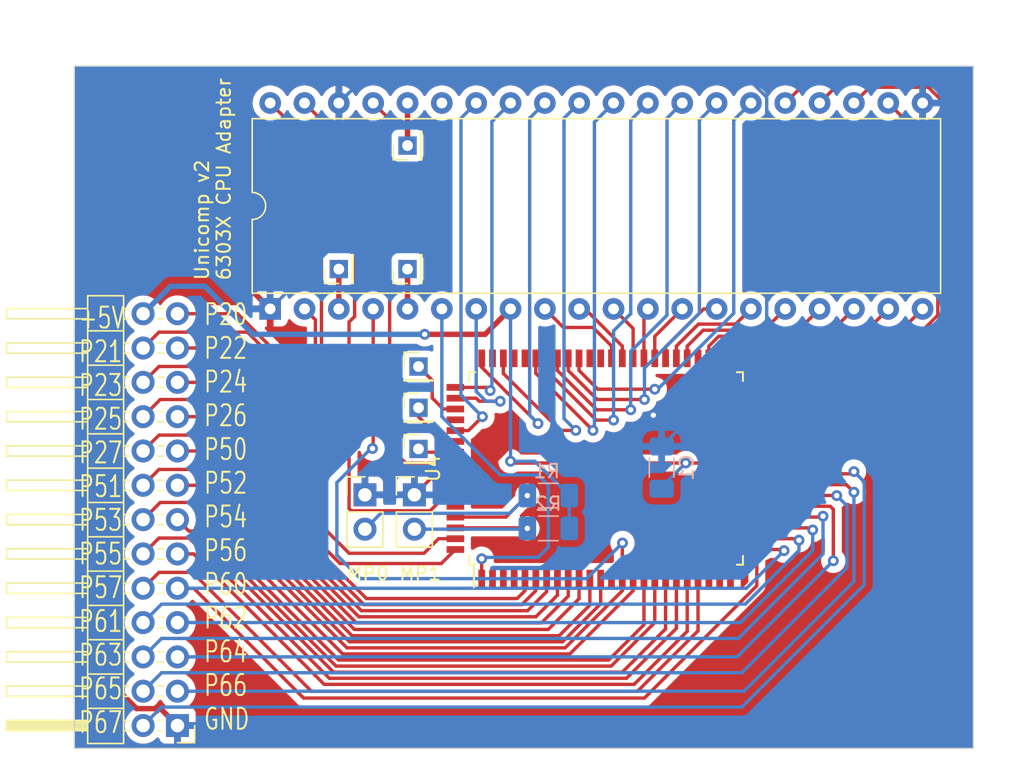
<source format=kicad_pcb>
(kicad_pcb (version 20221018) (generator pcbnew)
  (layers (0 "F.Cu" signal) (31 "B.Cu" signal) (34 "B.Paste" user) (35 "F.Paste" user) (36 "B.SilkS" user "B.Silkscreen") (37 "F.SilkS" user "F.Silkscreen") (38 "B.Mask" user) (39 "F.Mask" user) (44 "Edge.Cuts" user))
  (net 0 "")
  (net 1 "+5V")
  (net 2 "GND")
  (net 3 "/P20")
  (net 4 "/P21")
  (net 5 "/P22")
  (net 6 "/~{NMI}")
  (net 7 "/~{IRQ1}")
  (net 8 "/~{RST}")
  (net 9 "/P23")
  (net 10 "/P24")
  (net 11 "/A15")
  (net 12 "/A14")
  (net 13 "/A13")
  (net 14 "/A12")
  (net 15 "/A11")
  (net 16 "/A10")
  (net 17 "/A9")
  (net 18 "/A8")
  (net 19 "/D7")
  (net 20 "/D6")
  (net 21 "/D5")
  (net 22 "/D4")
  (net 23 "/D3")
  (net 24 "/D2")
  (net 25 "/D1")
  (net 26 "/D0")
  (net 27 "/R{slash}~{W}")
  (net 28 "Net-(J6-Pin_1)")
  (net 29 "/A0")
  (net 30 "/A1")
  (net 31 "/A2")
  (net 32 "/A3")
  (net 33 "/A4")
  (net 34 "/A5")
  (net 35 "/A6")
  (net 36 "/A7")
  (net 37 "/PHI2")
  (net 38 "/CPUCLK")
  (net 39 "+5C")
  (net 40 "/MP0")
  (net 41 "/MP1")
  (net 43 "Net-(J3-Pin_1)")
  (net 44 "Net-(J4-Pin_1)")
  (net 45 "/~{HALT}")
  (net 48 "/BA")
  (net 49 "/P25")
  (net 50 "/P26")
  (net 51 "/P27")
  (net 66 "/P51")
  (net 67 "/P52")
  (net 68 "/P53")
  (net 69 "/P54")
  (net 70 "/P55")
  (net 71 "/P56")
  (net 72 "/P57")
  (net 73 "/P60")
  (net 74 "/P61")
  (net 75 "/P62")
  (net 76 "/P63")
  (net 77 "/P64")
  (net 78 "/P65")
  (net 79 "/P66")
  (net 80 "/P67")
  (net 81 "/~{LIR}")
  (net 82 "/~{WR}")
  (net 83 "/~{RD}")
  (footprint "Connector_PinHeader_2.54mm:PinHeader_1x02_P2.54mm_Vertical" (layer "F.Cu") (at 180.7464 66.4922)
    (fp_text reference "JP1" hide)
    (fp_text value "Mode" hide)
  )
  (footprint "Connector_PinHeader_2.00mm:PinHeader_1x01_P2.00mm_Vertical" (layer "F.Cu") (at 183.896 40.64 90)
    (fp_text reference "J4" hide)
    (fp_text value ".")
  )
  (footprint "Package_QFP:PQFP-80_14x20mm_P0.8mm" (layer "F.Cu") (at 198.584 64.538 90)
    (fp_text reference "U4")
    (fp_text value "HD6303XF")
  )
  (footprint "Package_DIP:DIP-40_W15.24mm" (layer "F.Cu") (at 173.736 52.7304 90)
    (fp_text reference "U3" hide)
    (fp_text value "MC6802")
  )
  (footprint "Connector_PinHeader_2.54mm:PinHeader_2x13_P2.54mm_Horizontal" (layer "F.Cu") (at 166.878 83.566 180)
    (fp_text reference "J1" hide)
    (fp_text value "Conn_02x13_Odd_Even" hide)
  )
  (footprint "Connector_PinHeader_2.54mm:PinHeader_1x02_P2.54mm_Vertical" (layer "F.Cu") (at 184.404 66.4922)
    (fp_text reference "JP2" hide)
    (fp_text value "Mode" hide)
  )
  (footprint "Connector_PinHeader_2.00mm:PinHeader_1x01_P2.00mm_Vertical" (layer "F.Cu") (at 184.7088 56.9976)
    (fp_text reference "J7" hide)
    (fp_text value ".")
  )
  (footprint "Connector_PinHeader_2.00mm:PinHeader_1x01_P2.00mm_Vertical" (layer "F.Cu") (at 183.896 49.784 90)
    (fp_text reference "J6" hide)
    (fp_text value ".")
  )
  (footprint "Connector_PinHeader_2.00mm:PinHeader_1x01_P2.00mm_Vertical" (layer "F.Cu") (at 184.7088 60.0456)
    (fp_text reference "J9" hide)
    (fp_text value ".")
  )
  (footprint "Connector_PinHeader_2.00mm:PinHeader_1x01_P2.00mm_Vertical" (layer "F.Cu") (at 184.7088 63.0936)
    (fp_text reference "J8" hide)
    (fp_text value ".")
  )
  (footprint "Connector_PinHeader_2.00mm:PinHeader_1x01_P2.00mm_Vertical" (layer "F.Cu") (at 178.816 49.784 90)
    (fp_text reference "J3" hide)
    (fp_text value ".")
  )
  (footprint "Capacitor_SMD:C_1206_3216Metric_Pad1.33x1.80mm_HandSolder" (layer "B.Cu") (at 202.692 64.4775 90)
    (fp_text reference "C1")
    (fp_text value "100n")
  )
  (footprint "Resistor_SMD:R_1206_3216Metric_Pad1.30x1.75mm_HandSolder" (layer "B.Cu") (at 194.31 66.548 180)
    (fp_text reference "R1")
    (fp_text value "22k")
  )
  (footprint "Resistor_SMD:R_1206_3216Metric_Pad1.30x1.75mm_HandSolder" (layer "B.Cu") (at 194.31 68.974 180)
    (fp_text reference "R2")
    (fp_text value "22k")
  )
  (gr_rect (start 159.25 34.75) (end 225.75 85.262) (stroke (width 0.1)) (fill none) (layer "Edge.Cuts"))
  (gr_text "MP0 MP1\n" (at 179.324 72.898) (layer "F.SilkS") (effects (font (size 1 1)) (justify left bottom)))
  (gr_text "+5V\nP21\nP23\nP25\nP27\nP51\nP53\nP55\nP57\nP61\nP63\nP65\nP67" (at 159.5 84.25) (layer "F.SilkS") (effects (font (size 1.55 1.1)) (justify left bottom)))
  (gr_text "Unicomp v2\n6303X CPU Adapter" (at 170.8912 50.6984 90) (layer "F.SilkS") (effects (font (size 1 1)) (justify left bottom)))
  (gr_text "P20\nP22\nP24\nP26\nP50\nP52\nP54\nP56\nP60\nP62\nP64\nP66\nGND\n" (at 168.75 84) (layer "F.SilkS") (effects (font (size 1.55 1.1)) (justify left bottom)))
  (segment (start 185.166 54.61) (end 189.6364 54.61) (width 0.4) (layer "F.Cu") (net 1))
  (segment (start 189.6364 54.61) (end 191.516 52.7304) (width 0.4) (layer "F.Cu") (net 1))
  (segment (start 204.47 64.138) (end 200.914 64.138) (width 0.25) (layer "F.Cu") (net 1))
  (segment (start 200.914 64.138) (end 191.646 64.138) (width 0.25) (layer "F.Cu") (net 1))
  (segment (start 191.646 64.138) (end 191.516 64.008) (width 0.25) (layer "F.Cu") (net 1))
  (segment (start 209.734 64.138) (end 204.47 64.138) (width 0.25) (layer "F.Cu") (net 1))
  (via (at 191.516 64.008) (size 0.8) (drill 0.4) (layers "F.Cu" "B.Cu") (net 1))
  (via (at 204.47 64.138) (size 0.8) (drill 0.4) (layers "F.Cu" "B.Cu") (net 1))
  (via (at 185.166 54.61) (size 0.8) (drill 0.4) (layers "F.Cu" "B.Cu") (net 1))
  (segment (start 195.86 66.548) (end 195.86 68.974) (width 0.25) (layer "B.Cu") (net 1))
  (segment (start 172.466 54.61) (end 185.166 54.61) (width 0.4) (layer "B.Cu") (net 1))
  (segment (start 191.516 64.008) (end 193.32 64.008) (width 0.25) (layer "B.Cu") (net 1))
  (segment (start 166.37 51.054) (end 168.91 51.054) (width 0.4) (layer "B.Cu") (net 1))
  (segment (start 164.338 53.086) (end 166.37 51.054) (width 0.4) (layer "B.Cu") (net 1))
  (segment (start 193.32 64.008) (end 195.86 66.548) (width 0.25) (layer "B.Cu") (net 1))
  (segment (start 168.91 51.054) (end 172.466 54.61) (width 0.4) (layer "B.Cu") (net 1))
  (segment (start 191.516 64.008) (end 191.516 52.7304) (width 0.25) (layer "B.Cu") (net 1))
  (segment (start 202.692 66.04) (end 202.692 65.916) (width 0.25) (layer "B.Cu") (net 1))
  (segment (start 202.692 65.916) (end 204.47 64.138) (width 0.25) (layer "B.Cu") (net 1))
  (segment (start 163.860233 82.316) (end 165.628 82.316) (width 0.4) (layer "F.Cu") (net 2))
  (segment (start 165.628 82.316) (end 166.878 83.566) (width 0.4) (layer "F.Cu") (net 2))
  (segment (start 205.384 57.288) (end 202.075 60.597) (width 0.25) (layer "F.Cu") (net 2))
  (segment (start 180.7464 66.4922) (end 184.404 66.4922) (width 0.25) (layer "F.Cu") (net 2))
  (segment (start 163.576 51.054) (end 162.306 52.324) (width 0.4) (layer "F.Cu") (net 2))
  (segment (start 191.43 62.992) (end 189.484 64.938) (width 0.25) (layer "F.Cu") (net 2))
  (segment (start 187.434 64.938) (end 185.9582 64.938) (width 0.25) (layer "F.Cu") (net 2))
  (segment (start 162.306 52.324) (end 162.306 80.761767) (width 0.4) (layer "F.Cu") (net 2))
  (segment (start 162.306 80.761767) (end 163.860233 82.316) (width 0.4) (layer "F.Cu") (net 2))
  (segment (start 205.384 56.388) (end 205.384 57.288) (width 0.25) (layer "F.Cu") (net 2))
  (segment (start 172.0596 51.054) (end 163.576 51.054) (width 0.4) (layer "F.Cu") (net 2))
  (segment (start 199.68 62.992) (end 191.43 62.992) (width 0.25) (layer "F.Cu") (net 2))
  (segment (start 173.736 52.7304) (end 172.0596 51.054) (width 0.4) (layer "F.Cu") (net 2))
  (segment (start 202.075 60.597) (end 199.68 62.992) (width 0.25) (layer "F.Cu") (net 2))
  (segment (start 189.484 64.938) (end 187.434 64.938) (width 0.25) (layer "F.Cu") (net 2))
  (segment (start 185.9582 64.938) (end 184.404 66.4922) (width 0.25) (layer "F.Cu") (net 2))
  (via (at 202.075 60.597) (size 0.8) (drill 0.4) (layers "F.Cu" "B.Cu") (net 2))
  (segment (start 178.816 37.4904) (end 180.2892 36.0172) (width 0.25) (layer "B.Cu") (net 2))
  (segment (start 210.4644 37.067809) (end 210.4644 55.1426) (width 0.25) (layer "B.Cu") (net 2))
  (segment (start 210.4644 55.1426) (end 202.692 62.915) (width 0.25) (layer "B.Cu") (net 2))
  (segment (start 202.692 62.915) (end 202.692 61.214) (width 0.25) (layer "B.Cu") (net 2))
  (segment (start 178.816 47.6504) (end 173.736 52.7304) (width 0.25) (layer "B.Cu") (net 2))
  (segment (start 202.692 61.214) (end 202.075 60.597) (width 0.25) (layer "B.Cu") (net 2))
  (segment (start 178.816 37.4904) (end 178.816 47.6504) (width 0.25) (layer "B.Cu") (net 2))
  (segment (start 180.2892 36.0172) (end 209.413791 36.0172) (width 0.25) (layer "B.Cu") (net 2))
  (segment (start 209.413791 36.0172) (end 210.4644 37.067809) (width 0.25) (layer "B.Cu") (net 2))
  (segment (start 180.859168 74.168) (end 192.004 74.168) (width 0.25) (layer "F.Cu") (net 3))
  (segment (start 171.324396 53.086) (end 176.632 58.393604) (width 0.25) (layer "F.Cu") (net 3))
  (segment (start 176.632 69.940832) (end 180.859168 74.168) (width 0.25) (layer "F.Cu") (net 3))
  (segment (start 166.878 53.086) (end 171.324396 53.086) (width 0.25) (layer "F.Cu") (net 3))
  (segment (start 192.004 74.168) (end 192.584 73.588) (width 0.25) (layer "F.Cu") (net 3))
  (segment (start 192.584 73.588) (end 192.584 72.688) (width 0.25) (layer "F.Cu") (net 3))
  (segment (start 176.632 58.393604) (end 176.632 69.940832) (width 0.25) (layer "F.Cu") (net 3))
  (segment (start 164.338 55.626) (end 165.513 54.451) (width 0.25) (layer "F.Cu") (net 4))
  (segment (start 192.354 74.618) (end 193.384 73.588) (width 0.25) (layer "F.Cu") (net 4))
  (segment (start 193.384 73.588) (end 193.384 72.688) (width 0.25) (layer "F.Cu") (net 4))
  (segment (start 172.053 54.451) (end 176.182 58.58) (width 0.25) (layer "F.Cu") (net 4))
  (segment (start 165.513 54.451) (end 172.053 54.451) (width 0.25) (layer "F.Cu") (net 4))
  (segment (start 176.182 58.58) (end 176.182 70.127228) (width 0.25) (layer "F.Cu") (net 4))
  (segment (start 176.182 70.127228) (end 180.672772 74.618) (width 0.25) (layer "F.Cu") (net 4))
  (segment (start 180.672772 74.618) (end 192.354 74.618) (width 0.25) (layer "F.Cu") (net 4))
  (segment (start 194.184 72.688) (end 194.184 73.660396) (width 0.25) (layer "F.Cu") (net 5))
  (segment (start 192.776396 75.068) (end 180.486376 75.068) (width 0.25) (layer "F.Cu") (net 5))
  (segment (start 180.486376 75.068) (end 175.732 70.313624) (width 0.25) (layer "F.Cu") (net 5))
  (segment (start 175.732 70.313624) (end 175.732 59.779604) (width 0.25) (layer "F.Cu") (net 5))
  (segment (start 194.184 73.660396) (end 192.776396 75.068) (width 0.25) (layer "F.Cu") (net 5))
  (segment (start 175.732 59.779604) (end 171.578396 55.626) (width 0.25) (layer "F.Cu") (net 5))
  (segment (start 171.578396 55.626) (end 166.878 55.626) (width 0.25) (layer "F.Cu") (net 5))
  (segment (start 189.3824 71.2216) (end 189.3824 72.6864) (width 0.25) (layer "F.Cu") (net 6))
  (segment (start 189.3824 72.6864) (end 189.384 72.688) (width 0.25) (layer "F.Cu") (net 6))
  (via (at 189.3824 71.2216) (size 0.8) (drill 0.4) (layers "F.Cu" "B.Cu") (net 6))
  (segment (start 193.548 71.12) (end 189.484 71.12) (width 0.25) (layer "B.Cu") (net 6))
  (segment (start 189.484 71.12) (end 189.3824 71.2216) (width 0.25) (layer "B.Cu") (net 6))
  (segment (start 186.436 52.7304) (end 186.436 60.706) (width 0.25) (layer "B.Cu") (net 6))
  (segment (start 193.548 65.024) (end 194.31 65.786) (width 0.25) (layer "B.Cu") (net 6))
  (segment (start 186.436 60.706) (end 190.754 65.024) (width 0.25) (layer "B.Cu") (net 6))
  (segment (start 190.754 65.024) (end 193.548 65.024) (width 0.25) (layer "B.Cu") (net 6))
  (segment (start 194.31 65.786) (end 194.31 70.358) (width 0.25) (layer "B.Cu") (net 6))
  (segment (start 194.31 70.358) (end 193.548 71.12) (width 0.25) (layer "B.Cu") (net 6))
  (segment (start 181.356 52.7304) (end 181.356 63.013584) (width 0.25) (layer "F.Cu") (net 7))
  (segment (start 172.974 63.754) (end 172.974 71.374) (width 0.25) (layer "F.Cu") (net 7))
  (segment (start 172.466 63.246) (end 172.974 63.754) (width 0.25) (layer "F.Cu") (net 7))
  (segment (start 172.974 71.374) (end 179.418 77.818) (width 0.25) (layer "F.Cu") (net 7))
  (segment (start 166.878 63.246) (end 172.466 63.246) (width 0.25) (layer "F.Cu") (net 7))
  (segment (start 195.554 77.818) (end 199.784 73.588) (width 0.25) (layer "F.Cu") (net 7))
  (segment (start 181.356 63.013584) (end 181.3052 63.064384) (width 0.25) (layer "F.Cu") (net 7))
  (segment (start 179.418 77.818) (end 195.554 77.818) (width 0.25) (layer "F.Cu") (net 7))
  (segment (start 199.7964 70.0532) (end 199.784 70.0656) (width 0.25) (layer "F.Cu") (net 7))
  (segment (start 199.784 70.0656) (end 199.784 72.688) (width 0.25) (layer "F.Cu") (net 7))
  (segment (start 199.784 73.588) (end 199.784 72.688) (width 0.25) (layer "F.Cu") (net 7))
  (via (at 199.7964 70.0532) (size 0.8) (drill 0.4) (layers "F.Cu" "B.Cu") (net 7))
  (via (at 181.3052 63.064384) (size 0.8) (drill 0.4) (layers "F.Cu" "B.Cu") (net 7))
  (segment (start 197.1548 72.6948) (end 180.414804 72.6948) (width 0.25) (layer "B.Cu") (net 7))
  (segment (start 199.7964 70.0532) (end 197.1548 72.6948) (width 0.25) (layer "B.Cu") (net 7))
  (segment (start 180.414804 72.6948) (end 178.6708 70.950796) (width 0.25) (layer "B.Cu") (net 7))
  (segment (start 181.18782 63.064384) (end 181.3052 63.064384) (width 0.25) (layer "B.Cu") (net 7))
  (segment (start 178.6708 70.950796) (end 178.6708 65.581404) (width 0.25) (layer "B.Cu") (net 7))
  (segment (start 178.6708 65.581404) (end 181.18782 63.064384) (width 0.25) (layer "B.Cu") (net 7))
  (segment (start 177.532 41.2864) (end 173.736 37.4904) (width 0.25) (layer "F.Cu") (net 8))
  (segment (start 187.434 69.738) (end 186.1924 69.738) (width 0.25) (layer "F.Cu") (net 8))
  (segment (start 186.1924 69.738) (end 185.1152 70.8152) (width 0.25) (layer "F.Cu") (net 8))
  (segment (start 179.578 70.8152) (end 177.532 68.7692) (width 0.25) (layer "F.Cu") (net 8))
  (segment (start 185.1152 70.8152) (end 179.578 70.8152) (width 0.25) (layer "F.Cu") (net 8))
  (segment (start 177.532 68.7692) (end 177.532 41.2864) (width 0.25) (layer "F.Cu") (net 8))
  (segment (start 172.307 56.991) (end 175.282 59.966) (width 0.25) (layer "F.Cu") (net 9))
  (segment (start 193.388 75.518) (end 194.984 73.922) (width 0.25) (layer "F.Cu") (net 9))
  (segment (start 175.282 59.966) (end 175.282 70.50002) (width 0.25) (layer "F.Cu") (net 9))
  (segment (start 165.513 56.991) (end 172.307 56.991) (width 0.25) (layer "F.Cu") (net 9))
  (segment (start 164.338 58.166) (end 165.513 56.991) (width 0.25) (layer "F.Cu") (net 9))
  (segment (start 194.984 73.922) (end 194.984 72.688) (width 0.25) (layer "F.Cu") (net 9))
  (segment (start 180.29998 75.518) (end 193.388 75.518) (width 0.25) (layer "F.Cu") (net 9))
  (segment (start 175.282 70.50002) (end 180.29998 75.518) (width 0.25) (layer "F.Cu") (net 9))
  (segment (start 195.784 73.988198) (end 193.804198 75.968) (width 0.25) (layer "F.Cu") (net 10))
  (segment (start 195.784 72.688) (end 195.784 73.988198) (width 0.25) (layer "F.Cu") (net 10))
  (segment (start 174.832 61.165604) (end 171.832396 58.166) (width 0.25) (layer "F.Cu") (net 10))
  (segment (start 171.832396 58.166) (end 166.878 58.166) (width 0.25) (layer "F.Cu") (net 10))
  (segment (start 180.113584 75.968) (end 174.832 70.686416) (width 0.25) (layer "F.Cu") (net 10))
  (segment (start 193.804198 75.968) (end 180.113584 75.968) (width 0.25) (layer "F.Cu") (net 10))
  (segment (start 174.832 70.686416) (end 174.832 61.165604) (width 0.25) (layer "F.Cu") (net 10))
  (segment (start 216.316 63.338) (end 225.044 54.61) (width 0.25) (layer "F.Cu") (net 11))
  (segment (start 225.044 54.61) (end 225.044 36.322) (width 0.25) (layer "F.Cu") (net 11))
  (segment (start 225.044 36.322) (end 223.972 35.25) (width 0.25) (layer "F.Cu") (net 11))
  (segment (start 223.972 35.25) (end 214.0764 35.25) (width 0.25) (layer "F.Cu") (net 11))
  (segment (start 209.734 63.338) (end 216.316 63.338) (width 0.25) (layer "F.Cu") (net 11))
  (segment (start 214.0764 35.25) (end 211.836 37.4904) (width 0.25) (layer "F.Cu") (net 11))
  (segment (start 209.734 62.538) (end 216.354 62.538) (width 0.25) (layer "F.Cu") (net 12))
  (segment (start 223.202 35.75) (end 216.1164 35.75) (width 0.25) (layer "F.Cu") (net 12))
  (segment (start 216.1164 35.75) (end 214.376 37.4904) (width 0.25) (layer "F.Cu") (net 12))
  (segment (start 216.354 62.538) (end 224.536 54.356) (width 0.25) (layer "F.Cu") (net 12))
  (segment (start 224.536 54.356) (end 224.536 37.084) (width 0.25) (layer "F.Cu") (net 12))
  (segment (start 224.536 37.084) (end 223.202 35.75) (width 0.25) (layer "F.Cu") (net 12))
  (segment (start 224.086 53.79) (end 224.086 37.989409) (width 0.25) (layer "F.Cu") (net 13))
  (segment (start 222.418591 36.322) (end 218.0844 36.322) (width 0.25) (layer "F.Cu") (net 13))
  (segment (start 224.086 37.989409) (end 222.418591 36.322) (width 0.25) (layer "F.Cu") (net 13))
  (segment (start 216.138 61.738) (end 224.086 53.79) (width 0.25) (layer "F.Cu") (net 13))
  (segment (start 218.0844 36.322) (end 216.916 37.4904) (width 0.25) (layer "F.Cu") (net 13))
  (segment (start 209.734 61.738) (end 216.138 61.738) (width 0.25) (layer "F.Cu") (net 13))
  (segment (start 209.734 60.938) (end 215.379391 60.938) (width 0.25) (layer "F.Cu") (net 14))
  (segment (start 223.121 53.196391) (end 223.121 41.1554) (width 0.25) (layer "F.Cu") (net 14))
  (segment (start 215.379391 60.938) (end 223.121 53.196391) (width 0.25) (layer "F.Cu") (net 14))
  (segment (start 223.121 41.1554) (end 219.456 37.4904) (width 0.25) (layer "F.Cu") (net 14))
  (segment (start 214.5884 60.138) (end 221.996 52.7304) (width 0.25) (layer "F.Cu") (net 15))
  (segment (start 209.734 60.138) (end 214.5884 60.138) (width 0.25) (layer "F.Cu") (net 15))
  (segment (start 212.8484 59.338) (end 219.456 52.7304) (width 0.25) (layer "F.Cu") (net 16))
  (segment (start 209.734 59.338) (end 212.8484 59.338) (width 0.25) (layer "F.Cu") (net 16))
  (segment (start 209.734 58.538) (end 211.1084 58.538) (width 0.25) (layer "F.Cu") (net 17))
  (segment (start 211.1084 58.538) (end 216.916 52.7304) (width 0.25) (layer "F.Cu") (net 17))
  (segment (start 206.9166 54.7554) (end 212.351 54.7554) (width 0.25) (layer "F.Cu") (net 18))
  (segment (start 212.351 54.7554) (end 214.376 52.7304) (width 0.25) (layer "F.Cu") (net 18))
  (segment (start 206.184 56.388) (end 206.184 55.488) (width 0.25) (layer "F.Cu") (net 18))
  (segment (start 206.184 55.488) (end 206.9166 54.7554) (width 0.25) (layer "F.Cu") (net 18))
  (segment (start 196.584 56.388) (end 196.584 57.288) (width 0.25) (layer "F.Cu") (net 19))
  (segment (start 197.97 58.674) (end 202.184 58.674) (width 0.25) (layer "F.Cu") (net 19))
  (segment (start 196.584 57.288) (end 197.97 58.674) (width 0.25) (layer "F.Cu") (net 19))
  (via (at 202.184 58.674) (size 0.8) (drill 0.4) (layers "F.Cu" "B.Cu") (net 19))
  (segment (start 202.184 58.674) (end 202.403391 58.674) (width 0.25) (layer "B.Cu") (net 19))
  (segment (start 208.026 38.7604) (end 209.296 37.4904) (width 0.25) (layer "B.Cu") (net 19))
  (segment (start 208.026 53.051391) (end 208.026 38.7604) (width 0.25) (layer "B.Cu") (net 19))
  (segment (start 202.403391 58.674) (end 208.026 53.051391) (width 0.25) (layer "B.Cu") (net 19))
  (segment (start 195.784 56.388) (end 195.784 57.288) (width 0.25) (layer "F.Cu") (net 20))
  (segment (start 195.784 57.288) (end 197.932 59.436) (width 0.25) (layer "F.Cu") (net 20))
  (segment (start 197.932 59.436) (end 201.422 59.436) (width 0.25) (layer "F.Cu") (net 20))
  (via (at 201.422 59.436) (size 0.8) (drill 0.4) (layers "F.Cu" "B.Cu") (net 20))
  (segment (start 201.422 59.436) (end 201.422 57.115391) (width 0.25) (layer "B.Cu") (net 20))
  (segment (start 205.486 53.051391) (end 205.486 38.7604) (width 0.25) (layer "B.Cu") (net 20))
  (segment (start 201.422 57.115391) (end 205.486 53.051391) (width 0.25) (layer "B.Cu") (net 20))
  (segment (start 205.486 38.7604) (end 206.756 37.4904) (width 0.25) (layer "B.Cu") (net 20))
  (segment (start 194.984 57.288) (end 197.894 60.198) (width 0.25) (layer "F.Cu") (net 21))
  (segment (start 194.984 56.388) (end 194.984 57.288) (width 0.25) (layer "F.Cu") (net 21))
  (segment (start 197.894 60.198) (end 200.406 60.198) (width 0.25) (layer "F.Cu") (net 21))
  (via (at 200.406 60.198) (size 0.8) (drill 0.4) (layers "F.Cu" "B.Cu") (net 21))
  (segment (start 203.091 53.195) (end 203.091 38.6154) (width 0.25) (layer "B.Cu") (net 21))
  (segment (start 200.406 55.88) (end 203.091 53.195) (width 0.25) (layer "B.Cu") (net 21))
  (segment (start 203.091 38.6154) (end 204.216 37.4904) (width 0.25) (layer "B.Cu") (net 21))
  (segment (start 200.406 60.198) (end 200.406 55.88) (width 0.25) (layer "B.Cu") (net 21))
  (segment (start 197.856 60.96) (end 199.136 60.96) (width 0.25) (layer "F.Cu") (net 22))
  (segment (start 194.184 57.288) (end 197.856 60.96) (width 0.25) (layer "F.Cu") (net 22))
  (segment (start 194.184 56.388) (end 194.184 57.288) (width 0.25) (layer "F.Cu") (net 22))
  (via (at 199.136 60.96) (size 0.8) (drill 0.4) (layers "F.Cu" "B.Cu") (net 22))
  (segment (start 200.406 38.7604) (end 201.676 37.4904) (width 0.25) (layer "B.Cu") (net 22))
  (segment (start 200.406 53.086) (end 200.406 38.7604) (width 0.25) (layer "B.Cu") (net 22))
  (segment (start 199.136 60.96) (end 199.136 54.356) (width 0.25) (layer "B.Cu") (net 22))
  (segment (start 199.136 54.356) (end 200.406 53.086) (width 0.25) (layer "B.Cu") (net 22))
  (segment (start 193.384 56.388) (end 193.384 57.494) (width 0.25) (layer "F.Cu") (net 23))
  (segment (start 193.384 57.494) (end 197.612 61.722) (width 0.25) (layer "F.Cu") (net 23))
  (via (at 197.612 61.722) (size 0.8) (drill 0.4) (layers "F.Cu" "B.Cu") (net 23))
  (segment (start 197.612 61.722) (end 197.721 61.613) (width 0.25) (layer "B.Cu") (net 23))
  (segment (start 197.721 38.9054) (end 199.136 37.4904) (width 0.25) (layer "B.Cu") (net 23))
  (segment (start 197.721 61.613) (end 197.721 38.9054) (width 0.25) (layer "B.Cu") (net 23))
  (segment (start 190.984 57.507) (end 195.199 61.722) (width 0.25) (layer "F.Cu") (net 24))
  (segment (start 195.199 61.722) (end 196.342 61.722) (width 0.25) (layer "F.Cu") (net 24))
  (segment (start 190.984 56.388) (end 190.984 57.507) (width 0.25) (layer "F.Cu") (net 24))
  (via (at 196.342 61.722) (size 0.8) (drill 0.4) (layers "F.Cu" "B.Cu") (net 24))
  (segment (start 196.342 61.722) (end 195.471 60.851) (width 0.25) (layer "B.Cu") (net 24))
  (segment (start 195.471 60.851) (end 195.471 38.6154) (width 0.25) (layer "B.Cu") (net 24))
  (segment (start 195.471 38.6154) (end 196.596 37.4904) (width 0.25) (layer "B.Cu") (net 24))
  (segment (start 189.384 56.388) (end 189.384 57.05) (width 0.25) (layer "F.Cu") (net 25))
  (segment (start 189.384 57.05) (end 193.548 61.214) (width 0.25) (layer "F.Cu") (net 25))
  (via (at 193.548 61.214) (size 0.8) (drill 0.4) (layers "F.Cu" "B.Cu") (net 25))
  (segment (start 192.931 38.6154) (end 194.056 37.4904) (width 0.25) (layer "B.Cu") (net 25))
  (segment (start 192.931 60.597) (end 192.931 38.6154) (width 0.25) (layer "B.Cu") (net 25))
  (segment (start 193.548 61.214) (end 192.931 60.597) (width 0.25) (layer "B.Cu") (net 25))
  (segment (start 187.434 58.538) (end 189.775984 58.538) (width 0.25) (layer "F.Cu") (net 26))
  (segment (start 189.775984 58.538) (end 190.010992 58.773008) (width 0.25) (layer "F.Cu") (net 26))
  (via (at 190.010992 58.773008) (size 0.8) (drill 0.4) (layers "F.Cu" "B.Cu") (net 26))
  (segment (start 190.137992 38.868408) (end 190.137992 58.646008) (width 0.25) (layer "B.Cu") (net 26))
  (segment (start 190.137992 58.646008) (end 190.010992 58.773008) (width 0.25) (layer "B.Cu") (net 26))
  (segment (start 191.516 37.4904) (end 190.137992 38.868408) (width 0.25) (layer "B.Cu") (net 26))
  (segment (start 188.4012 61.738) (end 189.4332 60.706) (width 0.25) (layer "F.Cu") (net 27))
  (segment (start 187.434 61.738) (end 188.4012 61.738) (width 0.25) (layer "F.Cu") (net 27))
  (via (at 189.4332 60.706) (size 0.8) (drill 0.4) (layers "F.Cu" "B.Cu") (net 27))
  (segment (start 189.4332 60.706) (end 187.851 59.1238) (width 0.25) (layer "B.Cu") (net 27))
  (segment (start 187.851 38.6154) (end 188.976 37.4904) (width 0.25) (layer "B.Cu") (net 27))
  (segment (start 187.851 59.1238) (end 187.851 38.6154) (width 0.25) (layer "B.Cu") (net 27))
  (segment (start 183.896 49.784) (end 183.896 52.7304) (width 0.4) (layer "F.Cu") (net 28))
  (segment (start 198.984 55.474) (end 198.984 56.388) (width 0.25) (layer "F.Cu") (net 29))
  (segment (start 195.4276 54.102) (end 197.612 54.102) (width 0.25) (layer "F.Cu") (net 29))
  (segment (start 194.056 52.7304) (end 195.4276 54.102) (width 0.25) (layer "F.Cu") (net 29))
  (segment (start 197.612 54.102) (end 198.984 55.474) (width 0.25) (layer "F.Cu") (net 29))
  (segment (start 196.596 52.7304) (end 197.0264 52.7304) (width 0.25) (layer "F.Cu") (net 30))
  (segment (start 199.784 55.488) (end 199.784 56.388) (width 0.25) (layer "F.Cu") (net 30))
  (segment (start 197.0264 52.7304) (end 199.784 55.488) (width 0.25) (layer "F.Cu") (net 30))
  (segment (start 199.136 52.7304) (end 200.584 54.1784) (width 0.25) (layer "F.Cu") (net 31))
  (segment (start 200.584 54.1784) (end 200.584 56.388) (width 0.25) (layer "F.Cu") (net 31))
  (segment (start 201.384 53.0224) (end 201.384 56.388) (width 0.25) (layer "F.Cu") (net 32))
  (segment (start 201.676 52.7304) (end 201.384 53.0224) (width 0.25) (layer "F.Cu") (net 32))
  (segment (start 204.216 52.7304) (end 202.184 54.7624) (width 0.25) (layer "F.Cu") (net 33))
  (segment (start 202.184 54.7624) (end 202.184 56.388) (width 0.25) (layer "F.Cu") (net 33))
  (segment (start 206.756 52.7304) (end 205.806991 52.7304) (width 0.25) (layer "F.Cu") (net 34))
  (segment (start 202.984 55.553391) (end 202.984 56.388) (width 0.25) (layer "F.Cu") (net 34))
  (segment (start 205.806991 52.7304) (end 202.984 55.553391) (width 0.25) (layer "F.Cu") (net 34))
  (segment (start 208.171 53.8554) (end 205.4166 53.8554) (width 0.25) (layer "F.Cu") (net 35))
  (segment (start 205.4166 53.8554) (end 203.784 55.488) (width 0.25) (layer "F.Cu") (net 35))
  (segment (start 209.296 52.7304) (end 208.171 53.8554) (width 0.25) (layer "F.Cu") (net 35))
  (segment (start 203.784 55.488) (end 203.784 56.388) (width 0.25) (layer "F.Cu") (net 35))
  (segment (start 211.836 52.7304) (end 210.261 54.3054) (width 0.25) (layer "F.Cu") (net 36))
  (segment (start 205.7666 54.3054) (end 204.584 55.488) (width 0.25) (layer "F.Cu") (net 36))
  (segment (start 204.584 55.488) (end 204.584 56.388) (width 0.25) (layer "F.Cu") (net 36))
  (segment (start 210.261 54.3054) (end 205.7666 54.3054) (width 0.25) (layer "F.Cu") (net 36))
  (segment (start 182.5752 38.7096) (end 181.356 37.4904) (width 0.25) (layer "F.Cu") (net 37))
  (segment (start 187.434 64.138) (end 183.7532 64.138) (width 0.25) (layer "F.Cu") (net 37))
  (segment (start 183.7532 64.138) (end 182.5752 62.96) (width 0.25) (layer "F.Cu") (net 37))
  (segment (start 182.5752 62.96) (end 182.5752 38.7096) (width 0.25) (layer "F.Cu") (net 37))
  (segment (start 179.9844 41.1988) (end 176.276 37.4904) (width 0.25) (layer "F.Cu") (net 38))
  (segment (start 186.7066 66.538) (end 185.5774 67.6672) (width 0.25) (layer "F.Cu") (net 38))
  (segment (start 185.5774 67.6672) (end 179.732 67.6672) (width 0.25) (layer "F.Cu") (net 38))
  (segment (start 179.5714 53.7022) (end 179.9844 53.2892) (width 0.25) (layer "F.Cu") (net 38))
  (segment (start 187.434 66.538) (end 186.7066 66.538) (width 0.25) (layer "F.Cu") (net 38))
  (segment (start 179.5714 67.5066) (end 179.5714 53.7022) (width 0.25) (layer "F.Cu") (net 38))
  (segment (start 179.732 67.6672) (end 179.5714 67.5066) (width 0.25) (layer "F.Cu") (net 38))
  (segment (start 179.9844 53.2892) (end 179.9844 41.1988) (width 0.25) (layer "F.Cu") (net 38))
  (segment (start 187.434 68.138) (end 191.17 68.138) (width 0.25) (layer "F.Cu") (net 40))
  (segment (start 191.17 68.138) (end 192.76 66.548) (width 0.25) (layer "F.Cu") (net 40))
  (via (at 192.76 66.548) (size 0.8) (drill 0.4) (layers "F.Cu" "B.Cu") (net 40))
  (segment (start 180.7464 69.0322) (end 181.9214 67.8572) (width 0.25) (layer "B.Cu") (net 40))
  (segment (start 191.4508 67.8572) (end 192.76 66.548) (width 0.25) (layer "B.Cu") (net 40))
  (segment (start 181.9214 67.8572) (end 191.4508 67.8572) (width 0.25) (layer "B.Cu") (net 40))
  (segment (start 187.434 68.938) (end 192.724 68.938) (width 0.25) (layer "F.Cu") (net 41))
  (segment (start 192.724 68.938) (end 192.76 68.974) (width 0.25) (layer "F.Cu") (net 41))
  (via (at 192.76 68.974) (size 0.8) (drill 0.4) (layers "F.Cu" "B.Cu") (net 41))
  (segment (start 192.7018 69.0322) (end 192.76 68.974) (width 0.25) (layer "B.Cu") (net 41))
  (segment (start 184.404 69.0322) (end 192.7018 69.0322) (width 0.25) (layer "B.Cu") (net 41))
  (segment (start 178.816 49.784) (end 178.816 52.7304) (width 0.4) (layer "F.Cu") (net 43))
  (segment (start 183.896 37.4904) (end 183.896 40.64) (width 0.4) (layer "F.Cu") (net 44))
  (segment (start 178.904764 71.5772) (end 177.082 69.754436) (width 0.25) (layer "F.Cu") (net 45))
  (segment (start 177.082 53.5364) (end 176.276 52.7304) (width 0.25) (layer "F.Cu") (net 45))
  (segment (start 187.434 70.538) (end 186.3948 71.5772) (width 0.25) (layer "F.Cu") (net 45))
  (segment (start 186.3948 71.5772) (end 178.904764 71.5772) (width 0.25) (layer "F.Cu") (net 45))
  (segment (start 177.082 69.754436) (end 177.082 53.5364) (width 0.25) (layer "F.Cu") (net 45))
  (segment (start 188.976 59.338) (end 189.201 59.563) (width 0.25) (layer "F.Cu") (net 48))
  (segment (start 189.201 59.563) (end 190.754 59.563) (width 0.25) (layer "F.Cu") (net 48))
  (segment (start 187.434 59.338) (end 188.976 59.338) (width 0.25) (layer "F.Cu") (net 48))
  (via (at 190.754 59.563) (size 0.8) (drill 0.4) (layers "F.Cu" "B.Cu") (net 48))
  (segment (start 189.704968 59.563) (end 190.754 59.563) (width 0.25) (layer "B.Cu") (net 48))
  (segment (start 188.976 52.7304) (end 188.976 58.834032) (width 0.25) (layer "B.Cu") (net 48))
  (segment (start 188.976 58.834032) (end 189.704968 59.563) (width 0.25) (layer "B.Cu") (net 48))
  (segment (start 174.382 70.872812) (end 179.963188 76.454) (width 0.25) (layer "F.Cu") (net 49))
  (segment (start 196.584 74.18) (end 196.584 72.688) (width 0.25) (layer "F.Cu") (net 49))
  (segment (start 194.31 76.454) (end 196.584 74.18) (width 0.25) (layer "F.Cu") (net 49))
  (segment (start 172.466 59.436) (end 174.382 61.352) (width 0.25) (layer "F.Cu") (net 49))
  (segment (start 165.608 59.436) (end 172.466 59.436) (width 0.25) (layer "F.Cu") (net 49))
  (segment (start 164.338 60.706) (end 165.608 59.436) (width 0.25) (layer "F.Cu") (net 49))
  (segment (start 179.963188 76.454) (end 194.31 76.454) (width 0.25) (layer "F.Cu") (net 49))
  (segment (start 174.382 61.352) (end 174.382 70.872812) (width 0.25) (layer "F.Cu") (net 49))
  (segment (start 173.932 71.059208) (end 173.932 62.805604) (width 0.25) (layer "F.Cu") (net 50))
  (segment (start 179.790792 76.918) (end 173.932 71.059208) (width 0.25) (layer "F.Cu") (net 50))
  (segment (start 173.932 62.805604) (end 171.832396 60.706) (width 0.25) (layer "F.Cu") (net 50))
  (segment (start 197.384 74.65) (end 195.116 76.918) (width 0.25) (layer "F.Cu") (net 50))
  (segment (start 197.384 72.688) (end 197.384 74.65) (width 0.25) (layer "F.Cu") (net 50))
  (segment (start 171.832396 60.706) (end 166.878 60.706) (width 0.25) (layer "F.Cu") (net 50))
  (segment (start 195.116 76.918) (end 179.790792 76.918) (width 0.25) (layer "F.Cu") (net 50))
  (segment (start 173.482 71.245604) (end 179.604396 77.368) (width 0.25) (layer "F.Cu") (net 51))
  (segment (start 164.338 63.246) (end 165.513 62.071) (width 0.25) (layer "F.Cu") (net 51))
  (segment (start 173.482 62.992) (end 173.482 71.245604) (width 0.25) (layer "F.Cu") (net 51))
  (segment (start 179.604396 77.368) (end 195.367604 77.368) (width 0.25) (layer "F.Cu") (net 51))
  (segment (start 172.561 62.071) (end 173.482 62.992) (width 0.25) (layer "F.Cu") (net 51))
  (segment (start 195.367604 77.368) (end 198.184 74.551604) (width 0.25) (layer "F.Cu") (net 51))
  (segment (start 198.184 74.551604) (end 198.184 72.688) (width 0.25) (layer "F.Cu") (net 51))
  (segment (start 165.513 62.071) (end 172.561 62.071) (width 0.25) (layer "F.Cu") (net 51))
  (segment (start 165.513 64.611) (end 164.338 65.786) (width 0.25) (layer "F.Cu") (net 66))
  (segment (start 200.584 72.688) (end 200.584 73.588) (width 0.25) (layer "F.Cu") (net 66))
  (segment (start 200.584 73.588) (end 195.904 78.268) (width 0.25) (layer "F.Cu") (net 66))
  (segment (start 172.466 65.278) (end 171.799 64.611) (width 0.25) (layer "F.Cu") (net 66))
  (segment (start 171.799 64.611) (end 165.513 64.611) (width 0.25) (layer "F.Cu") (net 66))
  (segment (start 195.904 78.268) (end 179.106 78.268) (width 0.25) (layer "F.Cu") (net 66))
  (segment (start 172.466 71.628) (end 172.466 65.278) (width 0.25) (layer "F.Cu") (net 66))
  (segment (start 179.106 78.268) (end 172.466 71.628) (width 0.25) (layer "F.Cu") (net 66))
  (segment (start 169.546396 65.786) (end 171.958 68.197604) (width 0.25) (layer "F.Cu") (net 67))
  (segment (start 178.796792 78.718) (end 198.775604 78.718) (width 0.25) (layer "F.Cu") (net 67))
  (segment (start 171.958 68.197604) (end 171.958 71.879208) (width 0.25) (layer "F.Cu") (net 67))
  (segment (start 201.384 76.109604) (end 201.384 72.688) (width 0.25) (layer "F.Cu") (net 67))
  (segment (start 171.958 71.879208) (end 178.796792 78.718) (width 0.25) (layer "F.Cu") (net 67))
  (segment (start 166.878 65.786) (end 169.546396 65.786) (width 0.25) (layer "F.Cu") (net 67))
  (segment (start 198.775604 78.718) (end 201.384 76.109604) (width 0.25) (layer "F.Cu") (net 67))
  (segment (start 171.392 69.155604) (end 169.292396 67.056) (width 0.25) (layer "F.Cu") (net 68))
  (segment (start 202.184 75.946) (end 198.962 79.168) (width 0.25) (layer "F.Cu") (net 68))
  (segment (start 198.962 79.168) (end 178.610396 79.168) (width 0.25) (layer "F.Cu") (net 68))
  (segment (start 169.292396 67.056) (end 165.608 67.056) (width 0.25) (layer "F.Cu") (net 68))
  (segment (start 178.610396 79.168) (end 171.392 71.949604) (width 0.25) (layer "F.Cu") (net 68))
  (segment (start 202.184 72.688) (end 202.184 75.946) (width 0.25) (layer "F.Cu") (net 68))
  (segment (start 165.608 67.056) (end 164.338 68.326) (width 0.25) (layer "F.Cu") (net 68))
  (segment (start 171.392 71.949604) (end 171.392 69.155604) (width 0.25) (layer "F.Cu") (net 68))
  (segment (start 167.728 69.176) (end 167.982 69.176) (width 0.25) (layer "F.Cu") (net 69))
  (segment (start 178.424 79.618) (end 199.782 79.618) (width 0.25) (layer "F.Cu") (net 69))
  (segment (start 202.984 76.416) (end 202.984 72.688) (width 0.25) (layer "F.Cu") (net 69))
  (segment (start 167.982 69.176) (end 178.424 79.618) (width 0.25) (layer "F.Cu") (net 69))
  (segment (start 199.782 79.618) (end 202.984 76.416) (width 0.25) (layer "F.Cu") (net 69))
  (segment (start 166.878 68.326) (end 167.728 69.176) (width 0.25) (layer "F.Cu") (net 69))
  (segment (start 200.094 80.068) (end 178.112 80.068) (width 0.25) (layer "F.Cu") (net 70))
  (segment (start 203.784 72.688) (end 203.784 76.378) (width 0.25) (layer "F.Cu") (net 70))
  (segment (start 165.513 69.691) (end 164.338 70.866) (width 0.25) (layer "F.Cu") (net 70))
  (segment (start 203.784 76.378) (end 200.094 80.068) (width 0.25) (layer "F.Cu") (net 70))
  (segment (start 178.112 80.068) (end 167.735 69.691) (width 0.25) (layer "F.Cu") (net 70))
  (segment (start 167.735 69.691) (end 165.513 69.691) (width 0.25) (layer "F.Cu") (net 70))
  (segment (start 200.66 80.518) (end 204.584 76.594) (width 0.25) (layer "F.Cu") (net 71))
  (segment (start 177.732081 80.518) (end 200.66 80.518) (width 0.25) (layer "F.Cu") (net 71))
  (segment (start 204.584 76.594) (end 204.584 72.688) (width 0.25) (layer "F.Cu") (net 71))
  (segment (start 166.878 70.866) (end 168.080081 70.866) (width 0.25) (layer "F.Cu") (net 71))
  (segment (start 168.080081 70.866) (end 177.732081 80.518) (width 0.25) (layer "F.Cu") (net 71))
  (segment (start 167.989 72.231) (end 165.513 72.231) (width 0.25) (layer "F.Cu") (net 72))
  (segment (start 205.384 76.556) (end 200.914 81.026) (width 0.25) (layer "F.Cu") (net 72))
  (segment (start 205.384 72.688) (end 205.384 76.556) (width 0.25) (layer "F.Cu") (net 72))
  (segment (start 176.784 81.026) (end 167.989 72.231) (width 0.25) (layer "F.Cu") (net 72))
  (segment (start 165.513 72.231) (end 164.338 73.406) (width 0.25) (layer "F.Cu") (net 72))
  (segment (start 200.914 81.026) (end 176.784 81.026) (width 0.25) (layer "F.Cu") (net 72))
  (segment (start 176.208081 81.534) (end 168.080081 73.406) (width 0.25) (layer "F.Cu") (net 73))
  (segment (start 209.734 70.538) (end 211.663 70.538) (width 0.25) (layer "F.Cu") (net 73))
  (segment (start 168.080081 73.406) (end 166.878 73.406) (width 0.25) (layer "F.Cu") (net 73))
  (segment (start 201.422 81.534) (end 176.208081 81.534) (width 0.25) (layer "F.Cu") (net 73))
  (segment (start 211.663 70.538) (end 211.75 70.625) (width 0.25) (layer "F.Cu") (net 73))
  (segment (start 209.734 70.538) (end 209.734 73.222) (width 0.25) (layer "F.Cu") (net 73))
  (segment (start 209.734 73.222) (end 201.422 81.534) (width 0.25) (layer "F.Cu") (net 73))
  (via (at 211.75 70.625) (size 0.8) (drill 0.4) (layers "F.Cu" "B.Cu") (net 73))
  (segment (start 208.969 73.406) (end 211.75 70.625) (width 0.25) (layer "B.Cu") (net 73))
  (segment (start 166.878 73.406) (end 208.969 73.406) (width 0.25) (layer "B.Cu") (net 73))
  (segment (start 212.852 69.85) (end 212.74 69.738) (width 0.25) (layer "F.Cu") (net 74))
  (segment (start 212.74 69.738) (end 209.734 69.738) (width 0.25) (layer "F.Cu") (net 74))
  (via (at 212.852 69.85) (size 0.8) (drill 0.4) (layers "F.Cu" "B.Cu") (net 74))
  (segment (start 164.338 75.946) (end 165.703 74.581) (width 0.25) (layer "B.Cu") (net 74))
  (segment (start 212.598 70.866) (end 212.852 70.612) (width 0.25) (layer "B.Cu") (net 74))
  (segment (start 208.883 74.581) (end 212.598 70.866) (width 0.25) (layer "B.Cu") (net 74))
  (segment (start 165.703 74.581) (end 208.883 74.581) (width 0.25) (layer "B.Cu") (net 74))
  (segment (start 212.852 70.612) (end 212.852 69.85) (width 0.25) (layer "B.Cu") (net 74))
  (segment (start 209.734 68.938) (end 213.718 68.938) (width 0.25) (layer "F.Cu") (net 75))
  (segment (start 213.718 68.938) (end 213.868 69.088) (width 0.25) (layer "F.Cu") (net 75))
  (via (at 213.868 69.088) (size 0.8) (drill 0.4) (layers "F.Cu" "B.Cu") (net 75))
  (segment (start 208.534 75.946) (end 166.878 75.946) (width 0.25) (layer "B.Cu") (net 75))
  (segment (start 213.868 70.612) (end 208.534 75.946) (width 0.25) (layer "B.Cu") (net 75))
  (segment (start 213.868 69.088) (end 213.868 70.612) (width 0.25) (layer "B.Cu") (net 75))
  (segment (start 214.63 68.072) (end 214.564 68.138) (width 0.25) (layer "F.Cu") (net 76))
  (segment (start 214.564 68.138) (end 209.734 68.138) (width 0.25) (layer "F.Cu") (net 76))
  (via (at 214.63 68.072) (size 0.8) (drill 0.4) (layers "F.Cu" "B.Cu") (net 76))
  (segment (start 214.63 70.866) (end 214.63 68.072) (width 0.25) (layer "B.Cu") (net 76))
  (segment (start 165.703 77.121) (end 208.375 77.121) (width 0.25) (layer "B.Cu") (net 76))
  (segment (start 208.375 77.121) (end 214.63 70.866) (width 0.25) (layer "B.Cu") (net 76))
  (segment (start 164.338 78.486) (end 165.703 77.121) (width 0.25) (layer "B.Cu") (net 76))
  (segment (start 215.392 67.564) (end 215.392 71.374) (width 0.25) (layer "F.Cu") (net 77))
  (segment (start 215.166 67.338) (end 215.392 67.564) (width 0.25) (layer "F.Cu") (net 77))
  (segment (start 209.734 67.338) (end 215.166 67.338) (width 0.25) (layer "F.Cu") (net 77))
  (via (at 215.392 71.374) (size 0.8) (drill 0.4) (layers "F.Cu" "B.Cu") (net 77))
  (segment (start 208.28 78.486) (end 166.878 78.486) (width 0.25) (layer "B.Cu") (net 77))
  (segment (start 215.392 71.374) (end 208.28 78.486) (width 0.25) (layer "B.Cu") (net 77))
  (segment (start 215.646 66.548) (end 215.636 66.538) (width 0.25) (layer "F.Cu") (net 78))
  (segment (start 215.636 66.538) (end 209.734 66.538) (width 0.25) (layer "F.Cu") (net 78))
  (via (at 215.646 66.548) (size 0.8) (drill 0.4) (layers "F.Cu" "B.Cu") (net 78))
  (segment (start 165.703 79.661) (end 208.629 79.661) (width 0.25) (layer "B.Cu") (net 78))
  (segment (start 164.338 81.026) (end 165.703 79.661) (width 0.25) (layer "B.Cu") (net 78))
  (segment (start 208.629 79.661) (end 216.408 71.882) (width 0.25) (layer "B.Cu") (net 78))
  (segment (start 216.408 67.31) (end 215.646 66.548) (width 0.25) (layer "B.Cu") (net 78))
  (segment (start 216.408 71.882) (end 216.408 67.31) (width 0.25) (layer "B.Cu") (net 78))
  (segment (start 209.734 65.738) (end 216.36 65.738) (width 0.25) (layer "F.Cu") (net 79))
  (segment (start 216.36 65.738) (end 216.916 66.294) (width 0.25) (layer "F.Cu") (net 79))
  (via (at 216.916 66.294) (size 0.8) (drill 0.4) (layers "F.Cu" "B.Cu") (net 79))
  (segment (start 216.916 66.294) (end 216.916 72.898) (width 0.25) (layer "B.Cu") (net 79))
  (segment (start 216.916 72.898) (end 208.788 81.026) (width 0.25) (layer "B.Cu") (net 79))
  (segment (start 208.788 81.026) (end 166.878 81.026) (width 0.25) (layer "B.Cu") (net 79))
  (segment (start 216.748 64.938) (end 209.734 64.938) (width 0.25) (layer "F.Cu") (net 80))
  (segment (start 216.916 64.77) (end 216.748 64.938) (width 0.25) (layer "F.Cu") (net 80))
  (via (at 216.916 64.77) (size 0.8) (drill 0.4) (layers "F.Cu" "B.Cu") (net 80))
  (segment (start 165.703 82.201) (end 208.629 82.201) (width 0.25) (layer "B.Cu") (net 80))
  (segment (start 217.678 65.532) (end 216.916 64.77) (width 0.25) (layer "B.Cu") (net 80))
  (segment (start 217.678 73.152) (end 217.678 65.532) (width 0.25) (layer "B.Cu") (net 80))
  (segment (start 164.338 83.566) (end 165.703 82.201) (width 0.25) (layer "B.Cu") (net 80))
  (segment (start 208.629 82.201) (end 217.678 73.152) (width 0.25) (layer "B.Cu") (net 80))
  (segment (start 185.7248 58.0136) (end 184.7088 56.9976) (width 0.25) (layer "F.Cu") (net 81))
  (segment (start 187.434 60.138) (end 186.534 60.138) (width 0.25) (layer "F.Cu") (net 81))
  (segment (start 185.7248 59.3288) (end 185.7248 58.0136) (width 0.25) (layer "F.Cu") (net 81))
  (segment (start 186.534 60.138) (end 185.7248 59.3288) (width 0.25) (layer "F.Cu") (net 81))
  (segment (start 184.7088 60.7128) (end 184.7088 60.0456) (width 0.25) (layer "F.Cu") (net 82))
  (segment (start 187.434 62.538) (end 186.534 62.538) (width 0.25) (layer "F.Cu") (net 82))
  (segment (start 186.534 62.538) (end 184.7088 60.7128) (width 0.25) (layer "F.Cu") (net 82))
  (segment (start 187.434 63.338) (end 184.9532 63.338) (width 0.25) (layer "F.Cu") (net 83))
  (segment (start 184.9532 63.338) (end 184.7088 63.0936) (width 0.25) (layer "F.Cu") (net 83))
  (zone (net 2) (net_name "GND") (layers "F&B.Cu") (connect_pads (clearance 0.5)) (min_thickness 0.25) (fill yes (thermal_gap 0.5) (thermal_bridge_width 0.5))
    (polygon (pts (xy 229.5 30.366) (xy 229 86.644) (xy 158 87.144) (xy 158 29.866)))
  )
)
</source>
